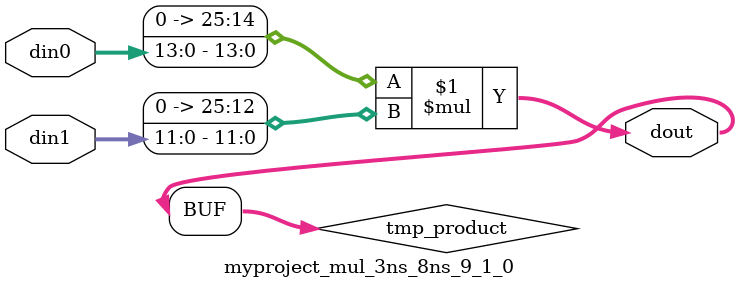
<source format=v>

`timescale 1 ns / 1 ps

  module myproject_mul_3ns_8ns_9_1_0(din0, din1, dout);
parameter ID = 1;
parameter NUM_STAGE = 0;
parameter din0_WIDTH = 14;
parameter din1_WIDTH = 12;
parameter dout_WIDTH = 26;

input [din0_WIDTH - 1 : 0] din0; 
input [din1_WIDTH - 1 : 0] din1; 
output [dout_WIDTH - 1 : 0] dout;

wire signed [dout_WIDTH - 1 : 0] tmp_product;










assign tmp_product = $signed({1'b0, din0}) * $signed({1'b0, din1});











assign dout = tmp_product;







endmodule

</source>
